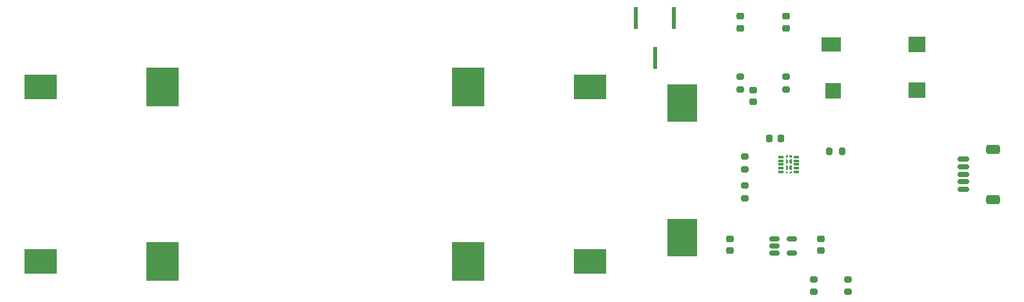
<source format=gtp>
G04 #@! TF.GenerationSoftware,KiCad,Pcbnew,9.0.3*
G04 #@! TF.CreationDate,2025-08-26T17:04:27-07:00*
G04 #@! TF.ProjectId,newbatt,6e657762-6174-4742-9e6b-696361645f70,3*
G04 #@! TF.SameCoordinates,Original*
G04 #@! TF.FileFunction,Paste,Top*
G04 #@! TF.FilePolarity,Positive*
%FSLAX45Y45*%
G04 Gerber Fmt 4.5, Leading zero omitted, Abs format (unit mm)*
G04 Created by KiCad (PCBNEW 9.0.3) date 2025-08-26 17:04:27*
%MOMM*%
%LPD*%
G01*
G04 APERTURE LIST*
G04 Aperture macros list*
%AMRoundRect*
0 Rectangle with rounded corners*
0 $1 Rounding radius*
0 $2 $3 $4 $5 $6 $7 $8 $9 X,Y pos of 4 corners*
0 Add a 4 corners polygon primitive as box body*
4,1,4,$2,$3,$4,$5,$6,$7,$8,$9,$2,$3,0*
0 Add four circle primitives for the rounded corners*
1,1,$1+$1,$2,$3*
1,1,$1+$1,$4,$5*
1,1,$1+$1,$6,$7*
1,1,$1+$1,$8,$9*
0 Add four rect primitives between the rounded corners*
20,1,$1+$1,$2,$3,$4,$5,0*
20,1,$1+$1,$4,$5,$6,$7,0*
20,1,$1+$1,$6,$7,$8,$9,0*
20,1,$1+$1,$8,$9,$2,$3,0*%
G04 Aperture macros list end*
%ADD10C,0.000000*%
%ADD11R,4.000000X5.000000*%
%ADD12R,0.558800X2.971800*%
%ADD13RoundRect,0.200000X0.275000X-0.200000X0.275000X0.200000X-0.275000X0.200000X-0.275000X-0.200000X0*%
%ADD14R,4.300000X3.300000*%
%ADD15R,4.300000X5.200000*%
%ADD16RoundRect,0.150000X-0.512500X-0.150000X0.512500X-0.150000X0.512500X0.150000X-0.512500X0.150000X0*%
%ADD17RoundRect,0.225000X-0.250000X0.225000X-0.250000X-0.225000X0.250000X-0.225000X0.250000X0.225000X0*%
%ADD18RoundRect,0.225000X0.225000X0.250000X-0.225000X0.250000X-0.225000X-0.250000X0.225000X-0.250000X0*%
%ADD19RoundRect,0.200000X-0.275000X0.200000X-0.275000X-0.200000X0.275000X-0.200000X0.275000X0.200000X0*%
%ADD20RoundRect,0.150000X0.625000X-0.150000X0.625000X0.150000X-0.625000X0.150000X-0.625000X-0.150000X0*%
%ADD21RoundRect,0.250000X0.650000X-0.350000X0.650000X0.350000X-0.650000X0.350000X-0.650000X-0.350000X0*%
%ADD22RoundRect,0.218750X-0.256250X0.218750X-0.256250X-0.218750X0.256250X-0.218750X0.256250X0.218750X0*%
%ADD23R,2.200000X2.000000*%
%ADD24R,2.600000X1.900000*%
%ADD25R,2.000000X2.000000*%
%ADD26R,0.660400X0.304800*%
%ADD27RoundRect,0.200000X-0.200000X-0.275000X0.200000X-0.275000X0.200000X0.275000X-0.200000X0.275000X0*%
G04 APERTURE END LIST*
D10*
G36*
X12565000Y-3518378D02*
G01*
X12550858Y-3532520D01*
X12535503Y-3532520D01*
X12535503Y-3503023D01*
X12565000Y-3503023D01*
X12565000Y-3518378D01*
G37*
G36*
X12565000Y-3724142D02*
G01*
X12565000Y-3739497D01*
X12535503Y-3739497D01*
X12535503Y-3710000D01*
X12550858Y-3710000D01*
X12565000Y-3724142D01*
G37*
G36*
X12614497Y-3532520D02*
G01*
X12599142Y-3532520D01*
X12585000Y-3518378D01*
X12585000Y-3503023D01*
X12614497Y-3503023D01*
X12614497Y-3532520D01*
G37*
G36*
X12614497Y-3739497D02*
G01*
X12585000Y-3739497D01*
X12585000Y-3724142D01*
X12599142Y-3710000D01*
X12614497Y-3710000D01*
X12614497Y-3739497D01*
G37*
G36*
X12565000Y-3566662D02*
G01*
X12565000Y-3597118D01*
X12550858Y-3611260D01*
X12535503Y-3611260D01*
X12535503Y-3552520D01*
X12550858Y-3552520D01*
X12565000Y-3566662D01*
G37*
G36*
X12565000Y-3645402D02*
G01*
X12565000Y-3675858D01*
X12550858Y-3690000D01*
X12535503Y-3690000D01*
X12535503Y-3631260D01*
X12550858Y-3631260D01*
X12565000Y-3645402D01*
G37*
G36*
X12614497Y-3611260D02*
G01*
X12599142Y-3611260D01*
X12585000Y-3597118D01*
X12585000Y-3566662D01*
X12599142Y-3552520D01*
X12614497Y-3552520D01*
X12614497Y-3611260D01*
G37*
G36*
X12614497Y-3690000D02*
G01*
X12599142Y-3690000D01*
X12585000Y-3675858D01*
X12585000Y-3645402D01*
X12599142Y-3631260D01*
X12614497Y-3631260D01*
X12614497Y-3690000D01*
G37*
D11*
X11175000Y-4585000D03*
X11175000Y-2815000D03*
D12*
X11070000Y-1700000D03*
X10820000Y-2223240D03*
X10570000Y-1700000D03*
D13*
X12540000Y-2632500D03*
X12540000Y-2467500D03*
D14*
X9963500Y-2600000D03*
D15*
X8368500Y-2600000D03*
X4348500Y-2600000D03*
D14*
X2753500Y-2600000D03*
X9963500Y-4900000D03*
D15*
X8368500Y-4900000D03*
X4348500Y-4900000D03*
D14*
X2753500Y-4900000D03*
D16*
X12386250Y-4600000D03*
X12386250Y-4695000D03*
X12386250Y-4790000D03*
X12613750Y-4790000D03*
X12613750Y-4600000D03*
D17*
X12110000Y-2642500D03*
X12110000Y-2797500D03*
D18*
X12470000Y-3280000D03*
X12315000Y-3280000D03*
D19*
X12000000Y-3517500D03*
X12000000Y-3682500D03*
D17*
X11800000Y-4600000D03*
X11800000Y-4755000D03*
D20*
X14870000Y-3950000D03*
X14870000Y-3850000D03*
X14870000Y-3750000D03*
X14870000Y-3650000D03*
X14870000Y-3550000D03*
D21*
X15257500Y-4080000D03*
X15257500Y-3420000D03*
D22*
X11940000Y-1671250D03*
X11940000Y-1828750D03*
D19*
X12000000Y-3897500D03*
X12000000Y-4062500D03*
D23*
X14260000Y-2640000D03*
X14260000Y-2040000D03*
D24*
X13130000Y-2040000D03*
D25*
X13160000Y-2650000D03*
D26*
X12472130Y-3521260D03*
X12472130Y-3571260D03*
X12472130Y-3621260D03*
X12472130Y-3671260D03*
X12472130Y-3721260D03*
X12677870Y-3721260D03*
X12677870Y-3671260D03*
X12677870Y-3621260D03*
X12677870Y-3571260D03*
X12677870Y-3521260D03*
D13*
X11940000Y-2632500D03*
X11940000Y-2467500D03*
D22*
X12540000Y-1671250D03*
X12540000Y-1828750D03*
D19*
X12900000Y-5130000D03*
X12900000Y-5295000D03*
D13*
X13350000Y-5295000D03*
X13350000Y-5130000D03*
D27*
X13107500Y-3450000D03*
X13272500Y-3450000D03*
D17*
X13000000Y-4600000D03*
X13000000Y-4755000D03*
M02*

</source>
